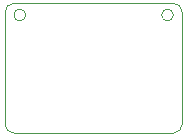
<source format=gbr>
%TF.GenerationSoftware,KiCad,Pcbnew,8.0.1-8.0.1-1~ubuntu22.04.1*%
%TF.CreationDate,2024-03-30T15:25:23+00:00*%
%TF.ProjectId,EMG_DAQ_ADS1298,454d475f-4441-4515-9f41-445331323938,v1.0*%
%TF.SameCoordinates,Original*%
%TF.FileFunction,Profile,NP*%
%FSLAX46Y46*%
G04 Gerber Fmt 4.6, Leading zero omitted, Abs format (unit mm)*
G04 Created by KiCad (PCBNEW 8.0.1-8.0.1-1~ubuntu22.04.1) date 2024-03-30 15:25:23*
%MOMM*%
%LPD*%
G01*
G04 APERTURE LIST*
%TA.AperFunction,Profile*%
%ADD10C,0.100000*%
%TD*%
%TA.AperFunction,Profile*%
%ADD11C,0.038100*%
%TD*%
G04 APERTURE END LIST*
D10*
X7500000Y750001D02*
G75*
G02*
X6750000Y0I-750000J-1D01*
G01*
X-7500000Y10250000D02*
G75*
G02*
X-6750000Y11000000I750000J0D01*
G01*
D11*
X6750000Y10000000D02*
G75*
G02*
X5750000Y10000000I-500000J0D01*
G01*
X5750000Y10000000D02*
G75*
G02*
X6750000Y10000000I500000J0D01*
G01*
X-5750000Y10000000D02*
G75*
G02*
X-6750000Y10000000I-500000J0D01*
G01*
X-6750000Y10000000D02*
G75*
G02*
X-5750000Y10000000I500000J0D01*
G01*
D10*
X-6750000Y0D02*
X6750000Y1D01*
X7500000Y750001D02*
X7500000Y10250001D01*
X6750000Y11000001D02*
X-6750000Y11000000D01*
X6750000Y11000001D02*
G75*
G02*
X7500001Y10250001I0J-750001D01*
G01*
X-6750000Y0D02*
G75*
G02*
X-7500000Y750000I0J750000D01*
G01*
X-7500000Y750000D02*
X-7500000Y10250000D01*
M02*

</source>
